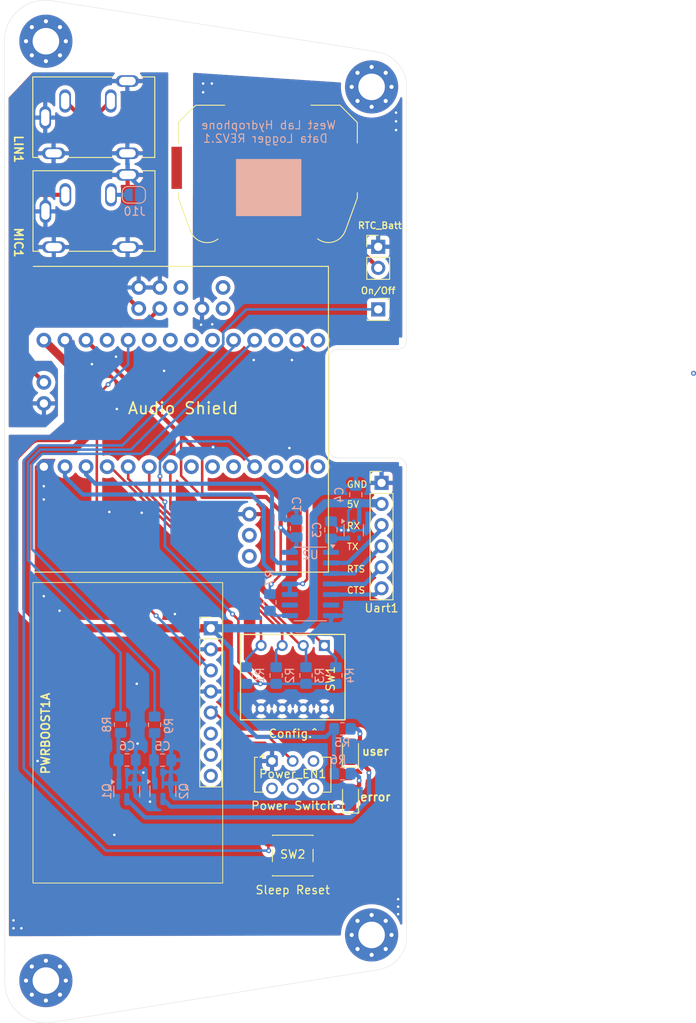
<source format=kicad_pcb>
(kicad_pcb (version 20241229) (generator "pcbnew") (generator_version "9.0")
  (title_block (rev "2"))
  (layers (0 "F.Cu" signal "Front") (2 "B.Cu" signal "Back") (13 "F.Paste" user) (15 "B.Paste" user) (5 "F.SilkS" user "F.Silkscreen") (7 "B.SilkS" user "B.Silkscreen") (1 "F.Mask" user) (3 "B.Mask" user) (25 "Edge.Cuts" user))
  (net 0 "")
  (net 1 "GND")
  (net 2 "+3V3")
  (net 3 "Net-(BT1-+)")
  (net 4 "Net-(D1-A)")
  (net 5 "Net-(D2-A)")
  (net 6 "Net-(R1-Pad2)")
  (net 7 "Net-(R1-Pad1)")
  (net 8 "Net-(R2-Pad2)")
  (net 9 "+1V8")
  (net 10 "Net-(R4-Pad2)")
  (net 11 "+5V")
  (net 12 "Net-(J3-Pin_5)")
  (net 13 "Net-(J10-Pin_2)")
  (net 14 "Net-(Power_EN1-Pin_2)")
  (net 16 "Net-(J1-Pin_1)")
  (net 17 "Net-(J3-Pin_6)")
  (net 18 "Net-(J3-Pin_4)")
  (net 19 "Net-(J3-Pin_3)")
  (net 20 "Net-(U2-OE)")
  (net 21 "Net-(U2-B2)")
  (net 22 "Net-(U2-B1)")
  (net 23 "Net-(U2-B3)")
  (net 27 "Net-(LIN1-Pad3)")
  (net 28 "Net-(LIN1-Pad2)")
  (net 29 "Net-(MIC1-Pad2)")
  (net 44 "Net-(RV1-Pad3)")
  (net 46 "Net-(RV1-Pad2)")
  (net 50 "Net-(U1-LBO)")
  (net 51 "Audio_GND")
  (net 52 "Net-(D1-K)")
  (net 53 "Net-(D2-K)")
  (net 54 "Net-(Q1-G)")
  (net 55 "Net-(Q2-G)")
  (net 56 "Net-(R8-Pad1)")
  (net 57 "Net-(R9-Pad1)")
  (net 76 "Net-(R3-Pad2)")
  (footprint "LED_SMD:LED_0805_2012Metric_Pad1.15x1.40mm_HandSolder" (layer "F.Cu") (at 154.26125 126.08875 90)
    (property "Reference" "D1" (hide yes))
    (property "Value" "user")
  )
  (footprint "Button_Switch_THT:SW_CK_JS202011CQN_DPDT_Straight" (layer "F.Cu") (at 144.8 127.2)
    (property "Reference" "Power_EN1")
    (property "Value" "Power Switch")
  )
  (footprint "MountingHole:MountingHole_3.2mm_M3_Pad_Via" (layer "F.Cu") (at 117.552944 153.652505)
    (property "Reference" "J6" (hide yes))
    (property "Value" "Mounting Hole" (hide yes))
  )
  (footprint "Connector_PinSocket_2.54mm:PinSocket_1x01_P2.54mm_Vertical" (layer "F.Cu") (at 157.6 72.8)
    (property "Reference" "J1" (hide yes))
    (property "Value" "On/Off")
  )
  (footprint "Button_Switch_SMD:SW_SPST_PTS647_Sx38" (layer "F.Cu") (at 147.3 138.59)
    (property "Reference" "SW2")
    (property "Value" "Sleep Reset")
  )
  (footprint "MountingHole:MountingHole_3.2mm_M3_Pad_Via" (layer "F.Cu") (at 117.552944 40.5)
    (property "Reference" "J5" (hide yes))
    (property "Value" "Mounting Hole")
  )
  (footprint "Battery:BatteryHolder_Keystone_3034_1x20mm" (layer "F.Cu") (at 144.3 55.75)
    (property "Reference" "BT1" (hide yes))
    (property "Value" "RTC_CoinCell" (hide yes))
  )
  (footprint "Connector_PinHeader_2.54mm:PinHeader_1x06_P2.54mm_Vertical" (layer "F.Cu") (at 158 93.7)
    (property "Reference" "J3" (hide yes))
    (property "Value" "Uart1")
  )
  (footprint "MountingHole:MountingHole_3.2mm_M3_Pad_Via" (layer "F.Cu") (at 156.802944 46)
    (property "Reference" "J8" (hide yes))
    (property "Value" "Mounting Hole")
  )
  (footprint "Dev_boards:ADA_powerBoost1A" (layer "F.Cu") (at 137.4275 111.21)
    (property "Reference" "U1" (hide yes))
    (property "Value" "~" (hide yes))
  )
  (footprint "Dev_boards:AUDIOSHIELD" (layer "F.Cu") (at 133.82 86.67)
    (property "Reference" "T1" (hide yes))
    (property "Value" "~")
  )
  (footprint "LED_SMD:LED_0805_2012Metric_Pad1.15x1.40mm_HandSolder" (layer "F.Cu") (at 154.26125 131.61375 90)
    (property "Reference" "D2" (hide yes))
    (property "Value" "error")
  )
  (footprint "Imports:DIP8_208-4_CTS" (layer "F.Cu") (at 151.11 113.29 -90)
    (property "Reference" "SW1")
    (property "Value" "SW_DIP_x04" (hide yes))
  )
  (footprint "Connector_Audio:CUI_SJ1-3533NS" (layer "F.Cu") (at 117.475 49.7)
    (property "Reference" "LIN1")
    (property "Value" "SJ1-3533NS" (hide yes))
  )
  (footprint "Connector_Audio:CUI_SJ1-3533NS" (layer "F.Cu") (at 117.5 61)
    (property "Reference" "MIC1")
    (property "Value" "SJ1-3533NS" (hide yes))
  )
  (footprint "Connector_PinHeader_2.54mm:PinHeader_1x02_P2.54mm_Vertical" (layer "F.Cu") (at 157.6 65.26)
    (property "Reference" "J2" (hide yes))
    (property "Value" "RTC_Batt")
  )
  (footprint "MountingHole:MountingHole_3.2mm_M3_Pad_Via" (layer "F.Cu") (at 156.802944 148.152505)
    (property "Reference" "J7" (hide yes))
    (property "Value" "Mounting Hole")
  )
  (footprint "Package_TO_SOT_SMD:SOT-23" (layer "B.Cu") (at 131.65 130.8375 -90)
    (property "Reference" "Q2")
    (property "Value" "2N7002")
  )
  (footprint "Package_TO_SOT_SMD:SOT-23" (layer "B.Cu") (at 127.3 130.875 -90)
    (property "Reference" "Q1")
    (property "Value" "2N7002")
  )
  (footprint "Capacitor_SMD:C_0805_2012Metric_Pad1.18x1.45mm_HandSolder" (layer "B.Cu") (at 131.6125 127.1 180)
    (property "Reference" "C5")
    (property "Value" "10n")
  )
  (footprint "Capacitor_SMD:C_0805_2012Metric_Pad1.18x1.45mm_HandSolder" (layer "B.Cu") (at 127.3375 127.075 180)
    (property "Reference" "C6")
    (property "Value" "10n")
  )
  (footprint "Resistor_SMD:R_0805_2012Metric_Pad1.20x1.40mm_HandSolder" (layer "B.Cu") (at 144.55 108.1 -90)
    (property "Reference" "R7")
    (property "Value" "10k")
  )
  (footprint "Resistor_SMD:R_0805_2012Metric_Pad1.20x1.40mm_HandSolder" (layer "B.Cu") (at 148.9 116.9 90)
    (property "Reference" "R3")
    (property "Value" "100k")
  )
  (footprint "Capacitor_SMD:C_0805_2012Metric_Pad1.18x1.45mm_HandSolder" (layer "B.Cu") (at 151.9 99.3625 -90)
    (property "Reference" "C3")
    (property "Value" "100n")
  )
  (footprint "Resistor_SMD:R_0805_2012Metric_Pad1.20x1.40mm_HandSolder" (layer "B.Cu") (at 152.5 116.9 90)
    (property "Reference" "R4")
    (property "Value" "100k")
  )
  (footprint "Resistor_SMD:R_0805_2012Metric_Pad1.20x1.40mm_HandSolder" (layer "B.Cu") (at 141.7 116.9 90)
    (property "Reference" "R1")
    (property "Value" "100k")
  )
  (footprint "Resistor_SMD:R_0805_2012Metric_Pad1.20x1.40mm_HandSolder" (layer "B.Cu") (at 153.27875 123.32875)
    (property "Reference" "R5")
    (property "Value" "470")
  )
  (footprint "Capacitor_SMD:C_0805_2012Metric_Pad1.18x1.45mm_HandSolder" (layer "B.Cu") (at 147.75 99.2 -90)
    (property "Reference" "C1")
    (property "Value" "100n")
  )
  (footprint "Package_TO_SOT_SMD:SOT-353_SC-70-5" (layer "B.Cu") (at 154.65 99.4 -90)
    (property "Reference" "U3" (hide yes))
    (property "Value" "MIC5365-1.8YC5")
  )
  (footprint "Resistor_SMD:R_0805_2012Metric_Pad1.20x1.40mm_HandSolder" (layer "B.Cu") (at 153.27875 128.72875)
    (property "Reference" "R6")
    (property "Value" "470")
  )
  (footprint "Resistor_SMD:R_0805_2012Metric_Pad1.20x1.40mm_HandSolder" (layer "B.Cu") (at 130.65 122.8375 -90)
    (property "Reference" "R9")
    (property "Value" "10k")
  )
  (footprint "Capacitor_SMD:C_0805_2012Metric_Pad1.18x1.45mm_HandSolder" (layer "B.Cu") (at 154.9 95.1125 90)
    (property "Reference" "C4")
    (property "Value" "100n")
  )
  (footprint "Resistor_SMD:R_0805_2012Metric_Pad1.20x1.40mm_HandSolder" (layer "B.Cu") (at 145.3 116.9 90)
    (property "Reference" "R2")
    (property "Value" "100k")
  )
  (footprint "Jumper:SolderJumper-2_P1.3mm_Open_RoundedPad1.0x1.5mm" (layer "B.Cu") (at 128.15 59 180)
    (property "Reference" "J10")
    (property "Value" "Conn_01x02_Pin")
  )
  (footprint "Resistor_SMD:R_0805_2012Metric_Pad1.20x1.40mm_HandSolder" (layer "B.Cu") (at 126.55 122.8125 -90)
    (property "Reference" "R8")
    (property "Value" "10k")
  )
  (footprint "Package_SO:SOIC-14_3.9x8.7mm_P1.27mm" (layer "B.Cu") (at 149.425 105.8775 180)
    (property "Reference" "U2")
    (property "Value" "TXS0104ED")
  )
  (gr_rect (start 140.525 54.75) (end 148.275 61.5) (stroke (width 0.127)) (fill yes) (layer "B.SilkS"))
  (gr_line (start 157.5 152.34956) (end 118.013028 158.723125) (stroke (width 0.0381)) (layer "Edge.Cuts"))
  (gr_line (start 112.605888 153.600367) (end 112.552944 40.5) (stroke (width 0.0381)) (layer "Edge.Cuts"))
  (gr_arc (start 118.013007 158.723128) (mid 114.129354 157.406748) (end 112.605888 153.599561) (stroke (width 0.0381)) (layer "Edge.Cuts"))
  (gr_arc (start 161 148.849561) (mid 159.850439 151.2) (end 157.5 152.349561) (stroke (width 0.0381)) (layer "Edge.Cuts"))
  (gr_arc (start 157.493681 41.785805) (mid 159.861756 43.062403) (end 161 45.5) (stroke (width 0.0381)) (layer "Edge.Cuts"))
  (gr_line (start 160 77.6) (end 152.7 77.6) (stroke (width 0.0381)) (layer "Edge.Cuts"))
  (gr_arc (start 160 90.7) (mid 160.707107 90.992893) (end 161 91.7) (stroke (width 0.0381)) (layer "Edge.Cuts"))
  (gr_line (start 161 45.500006) (end 161 76.6) (stroke (width 0.0381)) (layer "Edge.Cuts"))
  (gr_arc (start 152.7 90.7) (mid 151.992893 90.407107) (end 151.7 89.7) (stroke (width 0.0381)) (layer "Edge.Cuts"))
  (gr_line (start 152.7 90.7) (end 160 90.7) (stroke (width 0.0381)) (layer "Edge.Cuts"))
  (gr_arc (start 112.552944 40.5) (mid 114.180499 36.831993) (end 117.99225 35.577495) (stroke (width 0.0381)) (layer "Edge.Cuts"))
  (gr_arc (start 151.7 78.6) (mid 151.992893 77.892893) (end 152.7 77.6) (stroke (width 0.0381)) (layer "Edge.Cuts"))
  (gr_line (start 151.7 78.6) (end 151.7 89.7) (stroke (width 0.0381)) (layer "Edge.Cuts"))
  (gr_line (start 157.493681 41.785806) (end 117.99225 35.577496) (stroke (width 0.0381)) (layer "Edge.Cuts"))
  (gr_line (start 161 91.7) (end 160.999999 148.849561) (stroke (width 0.0381)) (layer "Edge.Cuts"))
  (gr_arc (start 161 76.6) (mid 160.707107 77.307107) (end 160 77.6) (stroke (width 0.0381)) (layer "Edge.Cuts"))
  (gr_text "GND" (at 153.75 94.35 0) (layer "F.SilkS") (effects (font (size 0.8 0.8) (thickness 0.127) (bold yes)) (justify left bottom)))
  (gr_text "CTS" (at 153.75 107.1 0) (layer "F.SilkS") (effects (font (size 0.8 0.8) (thickness 0.127) (bold yes)) (justify left bottom)))
  (gr_text "Config.^" (at 147.3 123.9 0) (layer "F.SilkS") (effects (font (size 1 1))))
  (gr_text "TX" (at 153.75 101.85 0) (layer "F.SilkS") (effects (font (size 0.8 0.8) (thickness 0.127) (bold yes)) (justify left bottom)))
  (gr_text "RTS" (at 153.75 104.55 0) (layer "F.SilkS") (effects (font (size 0.8 0.8) (thickness 0.127) (bold yes)) (justify left bottom)))
  (gr_text "5V" (at 153.75 96.75 0) (layer "F.SilkS") (effects (font (size 0.8 0.8) (thickness 0.127) (bold yes)) (justify left bottom)))
  (gr_text "RX" (at 153.75 99.35 0) (layer "F.SilkS") (effects (font (size 0.8 0.8) (thickness 0.127) (bold yes)) (justify left bottom)))
  (gr_text "West Lab Hydrophone \nData Logger REV2.1" (at 144 52.8 0) (layer "B.SilkS") (effects (font (size 1 1) (thickness 0.125)) (justify bottom mirror)))
  (via (at 195.6 80.5) (size 0.6) (drill 0.3) (layers "F.Cu" "B.Cu") (net 0))
  (via (at 131.8 80.2) (size 0.6) (drill 0.3) (layers "F.Cu" "B.Cu") (net 1))
  (via (at 137.55 45.6) (size 0.6) (drill 0.3) (layers "F.Cu" "B.Cu") (net 1))
  (via (at 125.8 136.1) (size 0.6) (drill 0.3) (layers "F.Cu" "B.Cu") (net 1))
  (via (at 154 99.4) (size 0.6) (drill 0.3) (layers "F.Cu" "B.Cu") (net 1))
  (via (at 153.15 99.4) (size 0.6) (drill 0.3) (layers "F.Cu" "B.Cu") (net 1))
  (via (at 133.1 109.5) (size 0.6) (drill 0.3) (layers "F.Cu" "B.Cu") (net 1))
  (via (at 146.9 89.5) (size 0.6) (drill 0.3) (layers "F.Cu" "B.Cu") (net 1))
  (via (at 147.2 78.9) (size 0.6) (drill 0.3) (layers "F.Cu" "B.Cu") (net 1))
  (via (at 113.65 146.4) (size 0.6) (drill 0.3) (layers "F.Cu" "B.Cu") (net 1))
  (via (at 117.3 107.35) (size 0.6) (drill 0.3) (layers "F.Cu" "B.Cu") (net 1))
  (via (at 126 78.5) (size 0.6) (drill 0.3) (layers "F.Cu" "B.Cu") (net 1))
  (via (at 160 145.65) (size 0.6) (drill 0.3) (layers "F.Cu" "B.Cu") (net 1))
  (via (at 136.25 74.65) (size 0.6) (drill 0.3) (layers "F.Cu" "B.Cu") (net 1))
  (via (at 137.6 74.6) (size 0.6) (drill 0.3) (layers "F.Cu" "B.Cu") (net 1))
  (via (at 159.75 49.1) (size 0.6) (drill 0.3) (layers "F.Cu" "B.Cu") (net 1))
  (via (at 117.3 94.1) (size 0.6) (drill 0.3) (layers "F.Cu" "B.Cu") (net 1))
  (via (at 123.1 79.4) (size 0.6) (drill 0.3) (layers "F.Cu" "B.Cu") (net 1))
  (via (at 130.1 132.1) (size 0.6) (drill 0.3) (layers "F.Cu" "B.Cu") (net 1))
  (via (at 159.75 50.15) (size 0.6) (drill 0.3) (layers "F.Cu" "B.Cu") (net 1))
  (via (at 119.2 109.1) (size 0.6) (drill 0.3) (layers "F.Cu" "B.Cu") (net 1))
  (via (at 129.1 97.3) (size 0.6) (drill 0.3) (layers "F.Cu" "B.Cu") (net 1))
  (via (at 136.5 46.65) (size 0.6) (drill 0.3) (layers "F.Cu" "B.Cu") (net 1))
  (via (at 117.3 95.7) (size 0.6) (drill 0.3) (layers "F.Cu" "B.Cu") (net 1))
  (via (at 160 144.75) (size 0.6) (drill 0.3) (layers "F.Cu" "B.Cu") (net 1))
  (via (at 159.75 51.2) (size 0.6) (drill 0.3) (layers "F.Cu" "B.Cu") (net 1))
  (via (at 113.65 147.35) (size 0.6) (drill 0.3) (layers "F.Cu" "B.Cu") (net 1))
  (via (at 137.7 89.4) (size 0.6) (drill 0.3) (layers "F.Cu" "B.Cu") (net 1))
  (via (at 116.55 127.2) (size 0.6) (drill 0.3) (layers "F.Cu" "B.Cu") (net 1))
  (via (at 136.5 45.6) (size 0.6) (drill 0.3) (layers "F.Cu" "B.Cu") (net 1))
  (via (at 126.1 84.8) (size 0.6) (drill 0.3) (layers "F.Cu" "B.Cu") (net 1))
  (via (at 125.2 97.2) (size 0.6) (drill 0.3) (layers "F.Cu" "B.Cu") (net 1))
  (via (at 129.3 128.6) (size 0.6) (drill 0.3) (layers "F.Cu" "B.Cu") (net 1))
  (via (at 128.5 117.9) (size 0.6) (drill 0.3) (layers "F.Cu" "B.Cu") (net 1))
  (via (at 160 143.85) (size 0.6) (drill 0.3) (layers "F.Cu" "B.Cu") (net 1))
  (via (at 142.6 78.9) (size 0.6) (drill 0.3) (layers "F.Cu" "B.Cu") (net 1))
  (via (at 128.6 125.1) (size 0.6) (drill 0.3) (layers "F.Cu" "B.Cu") (net 1))
  (via (at 114.6 147.35) (size 0.6) (drill 0.3) (layers "F.Cu" "B.Cu") (net 1))
  (segment (start 154.65 98.45) (end 154.65 98.9) (width 0.305) (layer "B.Cu") (net 1))
  (segment (start 152.975 99.4) (end 151.9 98.325) (width 0.305) (layer "B.Cu") (net 1))
  (segment (start 154 99.4) (end 153.15 99.4) (width 0.305) (layer "B.Cu") (net 1))
  (segment (start 152.175 109.9625) (end 151.9 109.6875) (width 0.305) (layer "B.Cu") (net 1))
  (segment (start 154.15 99.4) (end 154 99.4) (width 0.305) (layer "B.Cu") (net 1))
  (segment (start 154.65 98.9) (end 154.15 99.4) (width 0.305) (layer "B.Cu") (net 1))
  (segment (start 153.15 99.4) (end 152.975 99.4) (width 0.305) (layer "B.Cu") (net 1))
  (segment (start 136.4 95.4) (end 133.8475 92.8475) (width 0.305) (layer "F.Cu") (net 2))
  (segment (start 136.3875 95.3875) (end 136.4 95.4) (width 0.305) (layer "F.Cu") (net 2))
  (segment (start 145.85 104.75) (end 144.7 105.9) (width 0.305) (layer "F.Cu") (net 2))
  (segment (start 145.85 97.15) (end 144.1 95.4) (width 0.5) (layer "F.Cu") (net 2))
  (segment (start 122.39 76.51) (end 134.7 88.82) (width 0.5) (layer "F.Cu") (net 2))
  (segment (start 144.1 95.4) (end 136.4 95.4) (width 0.5) (layer "F.Cu") (net 2))
  (segment (start 145.85 99.1) (end 145.85 97.15) (width 0.5) (layer "F.Cu") (net 2))
  (segment (start 134.7 88.82) (end 136.3875 90.5075) (width 0.5) (layer "F.Cu") (net 2))
  (segment (start 133.8475 92.8475) (end 133.8475 87.9675) (width 0.305) (layer "F.Cu") (net 2))
  (segment (start 145.85 99.1) (end 145.85 104.75) (width 0.305) (layer "F.Cu") (net 2))
  (segment (start 136.3875 90.5075) (end 136.3875 95.3875) (width 0.305) (layer "F.Cu") (net 2))
  (via (at 144.7 105.9) (size 0.6) (drill 0.3) (layers "F.Cu" "B.Cu") (net 2))
  (via (at 145.85 99.1) (size 0.6) (drill 0.3) (layers "F.Cu" "B.Cu") (net 2))
  (segment (start 145.85 99.1) (end 146.9875 100.2375) (width 0.5) (layer "B.Cu") (net 2))
  (segment (start 146.95 100.3375) (end 147.05 100.2375) (width 0.305) (layer "B.Cu") (net 2))
  (segment (start 144.55 107.1) (end 144.55 106.05) (width 0.305) (layer "B.Cu") (net 2))
  (segment (start 147.75 101.2675) (end 146.95 102.0675) (width 0.5) (layer "B.Cu") (net 2))
  (segment (start 146.9875 100.2375) (end 147.05 100.2375) (width 0.5) (layer "B.Cu") (net 2))
  (segment (start 147.75 100.2375) (end 147.75 101.2675) (width 0.5) (layer "B.Cu") (net 2))
  (segment (start 144.55 106.05) (end 144.7 105.9) (width 0.305) (layer "B.Cu") (net 2))
  (segment (start 147.42 102.0675) (end 146.95 102.0675) (width 0.5) (layer "B.Cu") (net 2))
  (segment (start 155.285 65.485) (end 157.6 67.8) (width 0.5) (layer "F.Cu") (net 3))
  (segment (start 155.285 55.75) (end 155.285 65.485) (width 0.5) (layer "F.Cu") (net 3))
  (segment (start 155.39625 123.92875) (end 155.39625 124.61125) (width 0.5) (layer "F.Cu") (net 4))
  (segment (start 155.39625 124.61125) (end 154.94375 125.06375) (width 0.5) (layer "F.Cu") (net 4))
  (segment (start 154.94375 125.06375) (end 154.26125 125.06375) (width 0.5) (layer "F.Cu") (net 4))
  (via (at 155.39625 123.92875) (size 0.6) (drill 0.3) (layers "F.Cu" "B.Cu") (net 4))
  (segment (start 155.39625 123.92875) (end 155.39625 123.64625) (width 0.5) (layer "B.Cu") (net 4))
  (segment (start 155.07875 123.32875) (end 154.27875 123.32875) (width 0.5) (layer "B.Cu") (net 4))
  (segment (start 155.39625 123.64625) (end 155.07875 123.32875) (width 0.5) (layer "B.Cu") (net 4))
  (segment (start 155.3 130.123479) (end 154.834729 130.58875) (width 0.5) (layer "F.Cu") (net 5))
  (segment (start 155.3 129.55) (end 155.3 130.123479) (width 0.5) (layer "F.Cu") (net 5))
  (segment (start 154.834729 130.58875) (end 154.26125 130.58875) (width 0.5) (layer "F.Cu") (net 5))
  (via (at 155.3 129.55) (size 0.6) (drill 0.3) (layers "F.Cu" "B.Cu") (net 5))
  (segment (start 155.3 129.55) (end 155.3 129.15) (width 0.5) (layer "B.Cu") (net 5))
  (segment (start 155.3 129.15) (end 154.87875 128.72875) (width 0.5) (layer "B.Cu") (net 5))
  (segment (start 154.87875 128.72875) (end 154.27875 128.72875) (width 0.5) (layer "B.Cu") (net 5))
  (segment (start 143.45 109.896776) (end 143.45 112) (width 0.305) (layer "F.Cu") (net 6))
  (segment (start 143.49 112.04) (end 143.49 113.29) (width 0.305) (layer "F.Cu") (net 6))
  (segment (start 124.93 91.75) (end 125.303224 91.75) (width 0.305) (layer "F.Cu") (net 6))
  (segment (start 143.45 112) (end 143.49 112.04) (width 0.305) (layer "F.Cu") (net 6))
  (segment (start 125.303224 91.75) (end 143.45 109.896776) (width 0.305) (layer "F.Cu") (net 6))
  (segment (start 124.93 91.82) (end 124.93 91.75) (width 0.305) (layer "F.Cu") (net 6))
  (segment (start 141.7 115.9) (end 141.7 114.93) (width 0.305) (layer "B.Cu") (net 6))
  (segment (start 141.7 114.93) (end 143.34 113.29) (width 0.305) (layer "B.Cu") (net 6))
  (segment (start 131.3 95.392819) (end 131.8975 95.990319) (width 0.305) (layer "F.Cu") (net 7))
  (segment (start 131.3 92.9) (end 131.3 95.392819) (width 0.305) (layer "F.Cu") (net 7))
  (segment (start 140.75 110.2) (end 140.75 115.25) (width 0.305) (layer "F.Cu") (net 7))
  (segment (start 140.05 109.5) (end 140.75 110.2) (width 0.305) (layer "F.Cu") (net 7))
  (segment (start 140.75 115.25) (end 143.4 117.9) (width 0.305) (layer "F.Cu") (net 7))
  (via (at 131.8975 95.990319) (size 0.6) (drill 0.3) (layers "F.Cu" "B.Cu") (net 7))
  (via (at 143.4 117.9) (size 0.6) (drill 0.3) (layers "F.Cu" "B.Cu") (net 7))
  (via (at 140.05 109.5) (size 0.6) (drill 0.3) (layers "F.Cu" "B.Cu") (net 7))
  (via (at 131.3 92.9) (size 0.6) (drill 0.3) (layers "F.Cu" "B.Cu") (net 7))
  (segment (start 152.5 117.9) (end 148.9 117.9) (width 0.305) (layer "B.Cu") (net 7))
  (segment (start 142.71 91.75) (end 139.66 88.7) (width 0.305) (layer "B.Cu") (net 7))
  (segment (start 131.8975 101.3475) (end 140.05 109.5) (width 0.305) (layer "B.Cu") (net 7))
  (segment (start 141.7 117.9) (end 143.4 117.9) (width 0.305) (layer "B.Cu") (net 7))
  (segment (start 139.66 88.7) (end 137.7 88.7) (width 0.305) (layer "B.Cu") (net 7))
  (segment (start 131.8975 95.990319) (end 131.8975 101.3475) (width 0.305) (layer "B.Cu") (net 7))
  (segment (start 137.7 88.7) (end 133.787839 88.7) (width 0.305) (layer "B.Cu") (net 7))
  (segment (start 145.3 117.9) (end 148.9 117.9) (width 0.305) (layer "B.Cu") (net 7))
  (segment (start 133.787839 88.7) (end 131.3 91.187839) (width 0.305) (layer "B.Cu") (net 7))
  (segment (start 131.3 91.187839) (end 131.3 92.9) (width 0.305) (layer "B.Cu") (net 7))
  (segment (start 141.7 117.7) (end 141.7 117.9) (width 0.305) (layer "B.Cu") (net 7))
  (segment (start 143.4 117.9) (end 145.3 117.9) (width 0.305) (layer "B.Cu") (net 7))
  (segment (start 146.03 111.761184) (end 146.03 113.29) (width 0.305) (layer "F.Cu") (net 8))
  (segment (start 127.47 91.75) (end 127.47 93.201184) (width 0.305) (layer "F.Cu") (net 8))
  (segment (start 127.47 93.201184) (end 146.03 111.761184) (width 0.305) (layer "F.Cu") (net 8))
  (segment (start 126.75 91.75) (end 127.47 91.75) (width 0.305) (layer "F.Cu") (net 8))
  (segment (start 145.3 115.9) (end 145.3 113.87) (width 0.305) (layer "B.Cu") (net 8))
  (segment (start 145.3 113.87) (end 145.88 113.29) (width 0.305) (layer "B.Cu") (net 8))
  (segment (start 151.9 102.0675) (end 151.9 100.4) (width 0.5) (layer "B.Cu") (net 9))
  (segment (start 151.9 100.4) (end 153.95 100.4) (width 0.5) (layer "B.Cu") (net 9))
  (segment (start 153.95 100.4) (end 154 100.35) (width 0.5) (layer "B.Cu") (net 9))
  (segment (start 132.55 91.75) (end 132.55 96.85) (width 0.305) (layer "F.Cu") (net 10))
  (segment (start 149.72 111.9) (end 151.11 113.29) (width 0.305) (layer "F.Cu") (net 10))
  (segment (start 132.55 96.85) (end 147.6 111.9) (width 0.305) (layer "F.Cu") (net 10))
  (segment (start 147.6 111.9) (end 149.72 111.9) (width 0.305) (layer "F.Cu") (net 10))
  (segment (start 131.75 91.75) (end 132.55 91.75) (width 0.305) (layer "F.Cu") (net 10))
  (segment (start 152.5 115.9) (end 152.5 114.83) (width 0.305) (layer "B.Cu") (net 10))
  (segment (start 152.5 114.83) (end 150.96 113.29) (width 0.305) (layer "B.Cu") (net 10))
  (segment (start 115.2 108.8) (end 117.61 111.21) (width 1) (layer "F.Cu") (net 11))
  (segment (start 120.8 89.8) (end 116.7 89.8) (width 1) (layer "F.Cu") (net 11))
  (segment (start 122.55 81.75) (end 122.55 88.05) (width 1) (layer "F.Cu") (net 11))
  (segment (start 116.7 89.8) (end 115.2 91.3) (width 1) (layer "F.Cu") (net 11))
  (segment (start 117.31 76.51) (end 122.55 81.75) (width 1) (layer "F.Cu") (net 11))
  (segment (start 122.55 88.05) (end 120.8 89.8) (width 1) (layer "F.Cu") (net 11))
  (segment (start 115.2 91.3) (end 115.2 108.8) (width 1) (layer "F.Cu") (net 11))
  (segment (start 117.61 111.21) (end 137.4275 111.21) (width 1) (layer "F.Cu") (net 11))
  (segment (start 139.9 113.6825) (end 139.9 121.25) (width 0.5) (layer "B.Cu") (net 11))
  (segment (start 154 97.05) (end 154 98.45) (width 0.305) (layer "B.Cu") (net 11))
  (segment (start 139.9 121.25) (end 142.95 124.3) (width 0.5) (layer "B.Cu") (net 11))
  (segment (start 154.9 96.15) (end 157.91 96.15) (width 1) (layer "B.Cu") (net 11))
  (segment (start 155.3 96.55) (end 154.9 96.15) (width 0.305) (layer "B.Cu") (net 11))
  (segment (start 154.9 96.15) (end 154 97.05) (width 0.305) (layer "B.Cu") (net 11))
  (segment (start 148.5525 111.21) (end 137.4275 111.21) (width 1) (layer "B.Cu") (net 11))
  (segment (start 151.3075 124.3) (end 152.27875 123.32875) (width 0.5) (layer "B.Cu") (net 11))
  (segment (start 154.9 96.15) (end 151.2125 96.15) (width 1) (layer "B.Cu") (net 11))
  (segment (start 157.91 96.15) (end 158 96.24) (width 0.305) (layer "B.Cu") (net 11))
  (segment (start 155.3 98.45) (end 155.3 96.55) (width 0.5) (layer "B.Cu") (net 11))
  (segment (start 151.2125 96.15) (end 149.8 97.5625) (width 1) (layer "B.Cu") (net 11))
  (segment (start 149.8 97.5625) (end 149.8 109.9625) (width 1) (layer "B.Cu") (net 11))
  (segment (start 149.8 109.9625) (end 148.5525 111.21) (width 1) (layer "B.Cu") (net 11))
  (segment (start 152.27875 123.32875) (end 152.27875 128.72875) (width 0.5) (layer "B.Cu") (net 11))
  (segment (start 142.95 124.3) (end 151.3075 124.3) (width 0.5) (layer "B.Cu") (net 11))
  (segment (start 137.4275 111.21) (end 139.9 113.6825) (width 0.5) (layer "B.Cu") (net 11))
  (segment (start 155.9825 105.8775) (end 158 103.86) (width 0.5) (layer "B.Cu") (net 12))
  (segment (start 151.9 105.8775) (end 155.9825 105.8775) (width 0.5) (layer "B.Cu") (net 12))
  (segment (start 127.5 59) (end 125.4 59) (width 0.5) (layer "B.Cu") (net 13))
  (segment (start 147.3 127.2) (end 144.3 124.2) (width 0.305) (layer "F.Cu") (net 14))
  (segment (start 137.92 121.37) (end 137.4275 121.37) (width 0.305) (layer "F.Cu") (net 14))
  (segment (start 140.75 124.2) (end 137.92 121.37) (width 0.305) (layer "F.Cu") (net 14))
  (segment (start 144.3 124.2) (end 140.75 124.2) (width 0.305) (layer "F.Cu") (net 14))
  (segment (start 138.0975 120.7) (end 137.4275 121.37) (width 0.305) (layer "B.Cu") (net 14))
  (segment (start 144.365 136.99) (end 144.365 137.965) (width 0.305) (layer "F.Cu") (net 16))
  (segment (start 144.365 137.965) (end 144.4 138) (width 0.305) (layer "F.Cu") (net 16))
  (segment (start 149.615 136.99) (end 144.365 136.99) (width 0.305) (layer "F.Cu") (net 16))
  (via (at 144.4 138) (size 0.6) (drill 0.3) (layers "F.Cu" "B.Cu") (net 16))
  (segment (start 138.9275 75.5725) (end 141.7 72.8) (width 0.305) (layer "B.Cu") (net 16))
  (segment (start 116.683656 89.188) (end 126.764161 89.188) (width 0.305) (layer "B.Cu") (net 16))
  (segment (start 138.9275 77.024661) (end 138.9275 75.5725) (width 0.305) (layer "B.Cu") (net 16))
  (segment (start 144.4 138) (end 124.8 138) (width 0.305) (layer "B.Cu") (net 16))
  (segment (start 126.764161 89.188) (end 138.9275 77.024661) (width 0.305) (layer "B.Cu") (net 16))
  (segment (start 124.8 138) (end 114.888 128.088) (width 0.305) (layer "B.Cu") (net 16))
  (segment (start 141.7 72.8) (end 157.6 72.8) (width 0.305) (layer "B.Cu") (net 16))
  (segment (start 114.888 90.983656) (end 116.683656 89.188) (width 0.305) (layer "B.Cu") (net 16))
  (segment (start 114.888 128.088) (end 114.888 90.983656) (width 0.305) (layer "B.Cu") (net 16))
  (segment (start 157.2525 107.1475) (end 158 106.4) (width 0.5) (layer "B.Cu") (net 17))
  (segment (start 151.9 107.1475) (end 157.2525 107.1475) (width 0.5) (layer "B.Cu") (net 17))
  (segment (start 151.9 104.6075) (end 154.7125 104.6075) (width 0.5) (layer "B.Cu") (net 18))
  (segment (start 154.7125 104.6075) (end 158 101.32) (width 0.5) (layer "B.Cu") (net 18))
  (segment (start 153.9625 103.3375) (end 158 99.3) (width 0.5) (layer "B.Cu") (net 19))
  (segment (start 158 99.3) (end 158 98.78) (width 0.305) (layer "B.Cu") (net 19))
  (segment (start 151.9 103.3375) (end 153.9625 103.3375) (width 0.5) (layer "B.Cu") (net 19))
  (segment (start 146.95 109.6875) (end 145.1375 109.6875) (width 0.305) (layer "B.Cu") (net 20))
  (segment (start 146.925 109.7125) (end 146.95 109.6875) (width 0.305) (layer "B.Cu") (net 20))
  (segment (start 145.1375 109.6875) (end 144.55 109.1) (width 0.305) (layer "B.Cu") (net 20))
  (segment (start 143.8 96.6) (end 143.8 103.45) (width 0.5) (layer "B.Cu") (net 21))
  (segment (start 119.85 91.75) (end 119.85 92.95) (width 0.5) (layer "B.Cu") (net 21))
  (segment (start 143.8 103.45) (end 144.9575 104.6075) (width 0.5) (layer "B.Cu") (net 21))
  (segment (start 122 95.1) (end 142.3 95.1) (width 0.5) (layer "B.Cu") (net 21))
  (segment (start 142.3 95.1) (end 143.8 96.6) (width 0.5) (layer "B.Cu") (net 21))
  (segment (start 119.85 92.95) (end 122 95.1) (width 0.5) (layer "B.Cu") (net 21))
  (segment (start 144.9575 104.6075) (end 146.95 104.6075) (width 0.5) (layer "B.Cu") (net 21))
  (segment (start 144.8 95.1) (end 144.8 102.65) (width 0.5) (layer "B.Cu") (net 22))
  (segment (start 144.8 102.65) (end 145.4875 103.3375) (width 0.5) (layer "B.Cu") (net 22))
  (segment (start 145.4875 103.3375) (end 146.95 103.3375) (width 0.5) (layer "B.Cu") (net 22))
  (segment (start 123.5 93.8) (end 143.5 93.8) (width 0.5) (layer "B.Cu") (net 22))
  (segment (start 143.5 93.8) (end 144.8 95.1) (width 0.5) (layer "B.Cu") (net 22))
  (segment (start 122.39 91.75) (end 122.39 92.69) (width 0.5) (layer "B.Cu") (net 22))
  (segment (start 122.39 92.69) (end 123.5 93.8) (width 0.5) (layer "B.Cu") (net 22))
  (segment (start 147.79 76.51) (end 149.0325 77.7525) (width 0.305) (layer "F.Cu") (net 23))
  (segment (start 149.0325 105.3175) (end 148.5 105.85) (width 0.305) (layer "F.Cu") (net 23))
  (segment (start 149.0325 77.7525) (end 149.0325 105.3175) (width 0.305) (layer "F.Cu") (net 23))
  (via (at 148.5 105.85) (size 0.6) (drill 0.3) (layers "F.Cu" "B.Cu") (net 23))
  (segment (start 146.95 105.8775) (end 146.95 107.1475) (width 0.5) (layer "B.Cu") (net 23))
  (segment (start 146.9775 105.85) (end 146.95 105.8775) (width 0.305) (layer "B.Cu") (net 23))
  (segment (start 148.5 105.85) (end 146.9775 105.85) (width 0.305) (layer "B.Cu") (net 23))
  (segment (start 123.75 67.71) (end 123.75 49.325) (width 0.5) (layer "F.Cu") (net 27))
  (segment (start 128.74 72.7) (end 123.75 67.71) (width 0.5) (layer "F.Cu") (net 27))
  (segment (start 123.75 49.325) (end 125.375 47.7) (width 0.5) (layer "F.Cu") (net 27))
  (segment (start 121.75 68.75) (end 121.75 49.575) (width 0.5) (layer "F.Cu") (net 28))
  (segment (start 121.75 49.575) (end 119.875 47.7) (width 0.5) (layer "F.Cu") (net 28))
  (segment (start 127.25 74.25) (end 121.75 68.75) (width 0.5) (layer "F.Cu") (net 28))
  (segment (start 129.73 74.25) (end 127.25 74.25) (width 0.5) (layer "F.Cu") (net 28))
  (segment (start 131.28 72.7) (end 129.73 74.25) (width 0.5) (layer "F.Cu") (net 28))
  (segment (start 114.25 61.5) (end 116.75 59) (width 0.5) (layer "F.Cu") (net 29))
  (segment (start 114.25 78.53) (end 114.25 61.5) (width 0.5) (layer "F.Cu") (net 29))
  (segment (start 116.75 59) (end 119.9 59) (width 0.5) (layer "F.Cu") (net 29))
  (segment (start 117.31 81.59) (end 114.25 78.53) (width 0.5) (layer "F.Cu") (net 29))
  (segment (start 123.6875 102.55) (end 130.8375 109.7) (width 0.305) (layer "F.Cu") (net 50))
  (segment (start 125.05 81.85) (end 123.7 83.2) (width 0.305) (layer "F.Cu") (net 50))
  (segment (start 123.6875 90.2125) (end 123.6875 102.55) (width 0.305) (layer "F.Cu") (net 50))
  (segment (start 123.7 90.2) (end 123.6875 90.2125) (width 0.305) (layer "F.Cu") (net 50))
  (segment (start 130.8375 109.7) (end 130.8 109.7) (width 0.305) (layer "F.Cu") (net 50))
  (segment (start 123.7 83.2) (end 123.7 90.2) (width 0.305) (layer "F.Cu") (net 50))
  (via (at 125.05 81.85) (size 0.6) (drill 0.3) (layers "F.Cu" "B.Cu") (net 50))
  (via (at 130.8375 109.7) (size 0.6) (drill 0.3) (layers "F.Cu" "B.Cu") (net 50))
  (segment (start 125.05 81.85) (end 127.47 79.43) (width 0.305) (layer "B.Cu") (net 50))
  (segment (start 127.47 79.43) (end 127.47 76.51) (width 0.305) (layer "B.Cu") (net 50))
  (segment (start 130.8375 109.7) (end 137.4275 116.29) (width 0.305) (layer "B.Cu") (net 50))
  (segment (start 128.8 59) (end 128.8 58) (width 0.5) (layer "B.Cu") (net 51))
  (segment (start 128.8 58) (end 127.4 56.6) (width 0.5) (layer "B.Cu") (net 51))
  (segment (start 156.47875 128.32875) (end 155.26375 127.11375) (width 0.5) (layer "F.Cu") (net 52))
  (segment (start 155.26375 127.11375) (end 154.26125 127.11375) (width 0.5) (layer "F.Cu") (net 52))
  (segment (start 154.27625 127.12875) (end 154.26125 127.11375) (width 0.305) (layer "F.Cu") (net 52))
  (segment (start 156.47875 128.62875) (end 156.47875 128.32875) (width 0.5) (layer "F.Cu") (net 52))
  (via (at 156.47875 128.62875) (size 0.6) (drill 0.3) (layers "F.Cu" "B.Cu") (net 52))
  (segment (start 156.47875 131.82125) (end 156.47875 128.62875) (width 0.5) (layer "B.Cu") (net 52))
  (segment (start 127.3 131.8125) (end 129.4875 134) (width 0.5) (layer "B.Cu") (net 52))
  (segment (start 129.4875 134) (end 154.3 134) (width 0.5) (layer "B.Cu") (net 52))
  (segment (start 154.3 134) (end 156.47875 131.82125) (width 0.5) (layer "B.Cu") (net 52))
  (segment (start 127.175 131.9375) (end 127.3 131.8125) (width 0.5) (layer "B.Cu") (net 52))
  (segment (start 152.82125 132.72125) (end 152.8 132.7) (width 0.305) (layer "F.Cu") (net 53))
  (segment (start 154.17875 132.72125) (end 152.82125 132.72125) (width 0.5) (layer "F.Cu") (net 53))
  (segment (start 154.17875 132.72125) (end 154.26125 132.63875) (width 0.305) (layer "F.Cu") (net 53))
  (segment (start 153.49375 132.72125) (end 154.17875 132.72125) (width 0.5) (layer "F.Cu") (net 53))
  (via (at 152.8 132.7) (size 0.6) (drill 0.3) (layers "F.Cu" "B.Cu") (net 53))
  (segment (start 131.65 131.775) (end 131.725 131.7) (width 0.305) (layer "B.Cu") (net 53))
  (segment (start 152.8 132.7) (end 132.575 132.7) (width 0.5) (layer "B.Cu") (net 53))
  (segment (start 132.575 132.7) (end 131.65 131.775) (width 0.5) (layer "B.Cu") (net 53))
  (segment (start 126.3 127.3125) (end 126.3 124.0625) (width 0.5) (layer "B.Cu") (net 54))
  (segment (start 126.35 129.9375) (end 126.35 127.3625) (width 0.5) (layer "B.Cu") (net 54))
  (segment (start 126.3 124.0625) (end 126.55 123.8125) (width 0.305) (layer "B.Cu") (net 54))
  (segment (start 126.35 127.3625) (end 126.3 127.3125) (width 0.305) (layer "B.Cu") (net 54))
  (segment (start 130.575 123.9125) (end 130.65 123.8375) (width 0.5) (layer "B.Cu") (net 55))
  (segment (start 130.575 129.775) (end 130.7 129.9) (width 0.305) (layer "B.Cu") (net 55))
  (segment (start 130.575 127.3375) (end 130.575 123.9125) (width 0.5) (layer "B.Cu") (net 55))
  (segment (start 130.575 127.3375) (end 130.575 129.775) (width 0.5) (layer "B.Cu") (net 55))
  (segment (start 127.0375 121.8125) (end 126.55 121.8125) (width 0.305) (layer "B.Cu") (net 56))
  (segment (start 115.394 91.193248) (end 116.893248 89.694) (width 0.305) (layer "B.Cu") (net 56))
  (segment (start 115.394 102.994) (end 115.394 91.193248) (width 0.305) (layer "B.Cu") (net 56))
  (segment (start 116.893248 89.694) (end 127.806 89.694) (width 0.305) (layer "B.Cu") (net 56))
  (segment (start 126.55 114.15) (end 115.394 102.994) (width 0.305) (layer "B.Cu") (net 56))
  (segment (start 127.806 89.694) (end 140.17 77.33) (width 0.305) (layer "B.Cu") (net 56))
  (segment (start 140.17 77.33) (end 140.17 76.51) (width 0.305) (layer "B.Cu") (net 56))
  (segment (start 126.55 121.8125) (end 126.55 114.15) (width 0.305) (layer "B.Cu") (net 56))
  (segment (start 117.10284 90.2) (end 129.02 90.2) (width 0.305) (layer "B.Cu") (net 57))
  (segment (start 115.9 91.40284) (end 117.10284 90.2) (width 0.305) (layer "B.Cu") (net 57))
  (segment (start 130.65 121.8375) (end 130.65 116.45) (width 0.305) (layer "B.Cu") (net 57))
  (segment (start 115.9 101.7) (end 115.9 91.40284) (width 0.305) (layer "B.Cu") (net 57))
  (segment (start 130.65 116.45) (end 115.9 101.7) (width 0.305) (layer "B.Cu") (net 57))
  (segment (start 129.02 90.2) (end 142.71 76.51) (width 0.305) (layer "B.Cu") (net 57))
  (segment (start 129.25 91.75) (end 130.01 91.75) (width 0.305) (layer "F.Cu") (net 76))
  (segment (start 148.274408 113.29) (end 148.57 113.29) (width 0.305) (layer "F.Cu") (net 76))
  (segment (start 130.01 95.025592) (end 148.274408 113.29) (width 0.305) (layer "F.Cu") (net 76))
  (segment (start 130.01 91.75) (end 130.01 95.025592) (width 0.305) (layer "F.Cu") (net 76))
  (segment (start 148.9 115.9) (end 148.9 113.77) (width 0.305) (layer "B.Cu") (net 76))
  (segment (start 148.9 113.77) (end 148.42 113.29) (width 0.305) (layer "B.Cu") (net 76))
  (zone (net 51) (net_name "Audio_GND") (layer "F.Cu") (priority 2) (connect_pads (clearance 0.5)) (min_thickness 0.25) (fill yes (thermal_gap 0.5) (thermal_bridge_width 0.5))
    (polygon (pts (xy 132.3 44.25) (xy 132.3 75) (xy 116.25 75) (xy 115.5 76) (xy 115.5 78) (xy 116.25 79) (xy 118.25 79) (xy 119 80) (xy 119 85.633335) (xy 117.535716 87) (xy 112.6 87) (xy 112.6 47.799156) (xy 115.950403 44.25)))
  )
  (zone (net 1) (net_name "GND") (layers "F.Cu" "B.Cu") (connect_pads (clearance 0.5)) (min_thickness 0.25) (fill yes (thermal_gap 0.5) (thermal_bridge_width 0.5))
    (polygon (pts (xy 161 76.2) (xy 160.1 76.2) (xy 160.1 77.6) (xy 151.7 77.6) (xy 151.7 90.7) (xy 160.1 90.7) (xy 160.1 91.7) (xy 161 91.7) (xy 161 148.2) (xy 112.6 148.3) (xy 112.6 87.9) (xy 118.004548 87.9) (xy 119.75 86.364002) (xy 119.75 76.5) (xy 135.246897 76.5) (xy 135.296744 44.298603) (xy 161 46)))
  )
  (zone (net 51) (net_name "Audio_GND") (layer "B.Cu") (priority 3) (connect_pads (clearance 0.5)) (min_thickness 0.25) (fill yes (thermal_gap 0.5) (thermal_bridge_width 0.5))
    (polygon (pts (xy 132.3 44.25) (xy 132.3 75) (xy 116.25 75) (xy 115.5 76) (xy 115.5 78) (xy 116.25 79) (xy 118.25 79) (xy 119 80) (xy 119 85.64667) (xy 117.550004 87) (xy 112.6 87) (xy 112.6 47.845767) (xy 115.994404 44.25)))
  )
)
</source>
